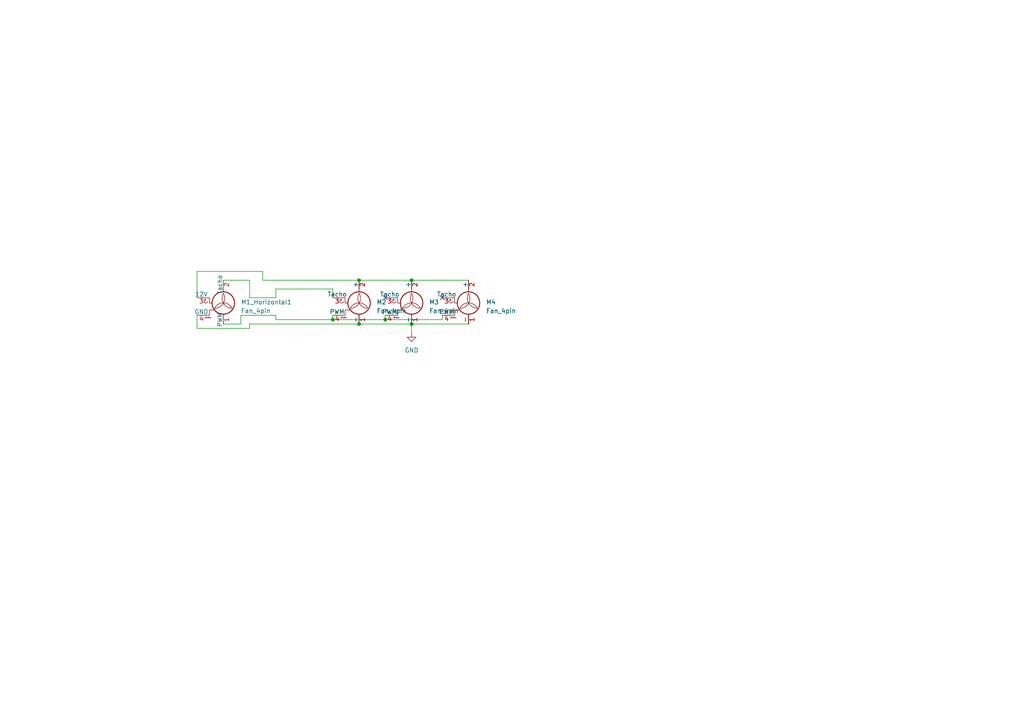
<source format=kicad_sch>
(kicad_sch (version 20211123) (generator eeschema)

  (uuid e63e39d7-6ac0-4ffd-8aa3-1841a4541b55)

  (paper "A4")

  (lib_symbols
    (symbol "Fan_4pin_1" (pin_names (offset 0)) (in_bom yes) (on_board yes)
      (property "Reference" "M1" (id 0) (at 5.08 1.2701 0)
        (effects (font (size 1.27 1.27)) (justify left))
      )
      (property "Value" "Fan_4pin" (id 1) (at 5.08 -1.2699 0)
        (effects (font (size 1.27 1.27)) (justify left))
      )
      (property "Footprint" "Connector_PinHeader_2.54mm:PinHeader_1x04_P2.54mm_Horizontal" (id 2) (at 0 0.254 0)
        (effects (font (size 1.27 1.27)) hide)
      )
      (property "Datasheet" "http://www.formfactors.org/developer%5Cspecs%5Crev1_2_public.pdf" (id 3) (at 0 0.254 0)
        (effects (font (size 1.27 1.27)) hide)
      )
      (property "ki_keywords" "Fan Motor tacho PWM" (id 4) (at 0 0 0)
        (effects (font (size 1.27 1.27)) hide)
      )
      (property "ki_description" "Fan, tacho output, PWM input, 4-pin connector" (id 5) (at 0 0 0)
        (effects (font (size 1.27 1.27)) hide)
      )
      (property "ki_fp_filters" "FanPinHeader*P2.54mm*Vertical* PinHeader*P2.54mm*Vertical* TerminalBlock*" (id 6) (at 0 0 0)
        (effects (font (size 1.27 1.27)) hide)
      )
      (symbol "Fan_4pin_1_0_0"
        (arc (start -5.588 1.524) (mid -5.08 1.016) (end -4.572 1.524)
          (stroke (width 0) (type default) (color 0 0 0 0))
          (fill (type none))
        )
        (arc (start -5.08 2.032) (mid -5.4392 1.8832) (end -5.588 1.524)
          (stroke (width 0) (type default) (color 0 0 0 0))
          (fill (type none))
        )
        (polyline
          (pts
            (xy -5.08 2.032)
            (xy -5.334 2.159)
          )
          (stroke (width 0) (type default) (color 0 0 0 0))
          (fill (type none))
        )
        (polyline
          (pts
            (xy -5.08 2.032)
            (xy -5.207 1.778)
          )
          (stroke (width 0) (type default) (color 0 0 0 0))
          (fill (type none))
        )
        (polyline
          (pts
            (xy -4.064 2.54)
            (xy -4.064 1.016)
            (xy -3.302 1.016)
          )
          (stroke (width 0) (type default) (color 0 0 0 0))
          (fill (type none))
        )
      )
      (symbol "Fan_4pin_1_0_1"
        (arc (start -2.54 -0.508) (mid -0.0014 0.9048) (end 0 3.81)
          (stroke (width 0) (type default) (color 0 0 0 0))
          (fill (type none))
        )
        (polyline
          (pts
            (xy -4.064 2.54)
            (xy -5.08 2.54)
          )
          (stroke (width 0) (type default) (color 0 0 0 0))
          (fill (type none))
        )
        (polyline
          (pts
            (xy 0 -5.08)
            (xy 0 -4.572)
          )
          (stroke (width 0) (type default) (color 0 0 0 0))
          (fill (type none))
        )
        (polyline
          (pts
            (xy 0 -2.2352)
            (xy 0 -2.6416)
          )
          (stroke (width 0) (type default) (color 0 0 0 0))
          (fill (type none))
        )
        (polyline
          (pts
            (xy 0 4.2672)
            (xy 0 4.6228)
          )
          (stroke (width 0) (type default) (color 0 0 0 0))
          (fill (type none))
        )
        (polyline
          (pts
            (xy 0 4.572)
            (xy 0 5.08)
          )
          (stroke (width 0) (type default) (color 0 0 0 0))
          (fill (type none))
        )
        (polyline
          (pts
            (xy -2.54 -1.016)
            (xy -4.064 -1.016)
            (xy -4.064 -2.54)
            (xy -5.08 -2.54)
          )
          (stroke (width 0) (type default) (color 0 0 0 0))
          (fill (type none))
        )
        (polyline
          (pts
            (xy -5.334 -3.302)
            (xy -5.08 -3.302)
            (xy -5.08 -3.048)
            (xy -4.826 -3.048)
            (xy -4.826 -3.302)
            (xy -4.318 -3.302)
            (xy -4.318 -3.048)
            (xy -4.064 -3.048)
            (xy -4.064 -3.302)
            (xy -3.556 -3.302)
          )
          (stroke (width 0) (type default) (color 0 0 0 0))
          (fill (type none))
        )
        (circle (center 0 1.016) (radius 3.2512)
          (stroke (width 0.254) (type default) (color 0 0 0 0))
          (fill (type none))
        )
        (arc (start 0 3.81) (mid 0.0468 0.9315) (end 2.54 -0.508)
          (stroke (width 0) (type default) (color 0 0 0 0))
          (fill (type none))
        )
        (arc (start 2.54 -0.508) (mid 0 1.0618) (end -2.54 -0.508)
          (stroke (width 0) (type default) (color 0 0 0 0))
          (fill (type none))
        )
      )
      (symbol "Fan_4pin_1_1_1"
        (pin passive line (at 0 -5.08 90) (length 2.54)
          (name "-" (effects (font (size 1.27 1.27))))
          (number "1" (effects (font (size 1.27 1.27))))
          (alternate "GND" passive line)
          (alternate "PWM" passive line)
        )
        (pin passive line (at 0 7.62 270) (length 2.54)
          (name "+" (effects (font (size 1.27 1.27))))
          (number "2" (effects (font (size 1.27 1.27))))
          (alternate "12V" passive line)
          (alternate "Tacho" passive line)
        )
        (pin passive line (at -7.62 2.54 0) (length 2.54)
          (name "Tacho" (effects (font (size 1.27 1.27))))
          (number "3" (effects (font (size 1.27 1.27))))
          (alternate "12V" passive line)
        )
        (pin input line (at -7.62 -2.54 0) (length 2.54)
          (name "PWM" (effects (font (size 1.27 1.27))))
          (number "4" (effects (font (size 1.27 1.27))))
          (alternate "GND" input line)
        )
      )
    )
    (symbol "Motor:Fan_4pin" (pin_names (offset 0)) (in_bom yes) (on_board yes)
      (property "Reference" "M" (id 0) (at 2.54 5.08 0)
        (effects (font (size 1.27 1.27)) (justify left))
      )
      (property "Value" "Fan_4pin" (id 1) (at 2.54 -2.54 0)
        (effects (font (size 1.27 1.27)) (justify left top))
      )
      (property "Footprint" "" (id 2) (at 0 0.254 0)
        (effects (font (size 1.27 1.27)) hide)
      )
      (property "Datasheet" "http://www.formfactors.org/developer%5Cspecs%5Crev1_2_public.pdf" (id 3) (at 0 0.254 0)
        (effects (font (size 1.27 1.27)) hide)
      )
      (property "ki_keywords" "Fan Motor tacho PWM" (id 4) (at 0 0 0)
        (effects (font (size 1.27 1.27)) hide)
      )
      (property "ki_description" "Fan, tacho output, PWM input, 4-pin connector" (id 5) (at 0 0 0)
        (effects (font (size 1.27 1.27)) hide)
      )
      (property "ki_fp_filters" "FanPinHeader*P2.54mm*Vertical* PinHeader*P2.54mm*Vertical* TerminalBlock*" (id 6) (at 0 0 0)
        (effects (font (size 1.27 1.27)) hide)
      )
      (symbol "Fan_4pin_0_0"
        (arc (start -5.588 1.524) (mid -5.08 1.016) (end -4.572 1.524)
          (stroke (width 0) (type default) (color 0 0 0 0))
          (fill (type none))
        )
        (arc (start -5.08 2.032) (mid -5.4392 1.8832) (end -5.588 1.524)
          (stroke (width 0) (type default) (color 0 0 0 0))
          (fill (type none))
        )
        (polyline
          (pts
            (xy -5.08 2.032)
            (xy -5.334 2.159)
          )
          (stroke (width 0) (type default) (color 0 0 0 0))
          (fill (type none))
        )
        (polyline
          (pts
            (xy -5.08 2.032)
            (xy -5.207 1.778)
          )
          (stroke (width 0) (type default) (color 0 0 0 0))
          (fill (type none))
        )
        (polyline
          (pts
            (xy -4.064 2.54)
            (xy -4.064 1.016)
            (xy -3.302 1.016)
          )
          (stroke (width 0) (type default) (color 0 0 0 0))
          (fill (type none))
        )
      )
      (symbol "Fan_4pin_0_1"
        (arc (start -2.54 -0.508) (mid -0.0014 0.9048) (end 0 3.81)
          (stroke (width 0) (type default) (color 0 0 0 0))
          (fill (type none))
        )
        (polyline
          (pts
            (xy -4.064 2.54)
            (xy -5.08 2.54)
          )
          (stroke (width 0) (type default) (color 0 0 0 0))
          (fill (type none))
        )
        (polyline
          (pts
            (xy 0 -5.08)
            (xy 0 -4.572)
          )
          (stroke (width 0) (type default) (color 0 0 0 0))
          (fill (type none))
        )
        (polyline
          (pts
            (xy 0 -2.2352)
            (xy 0 -2.6416)
          )
          (stroke (width 0) (type default) (color 0 0 0 0))
          (fill (type none))
        )
        (polyline
          (pts
            (xy 0 4.2672)
            (xy 0 4.6228)
          )
          (stroke (width 0) (type default) (color 0 0 0 0))
          (fill (type none))
        )
        (polyline
          (pts
            (xy 0 4.572)
            (xy 0 5.08)
          )
          (stroke (width 0) (type default) (color 0 0 0 0))
          (fill (type none))
        )
        (polyline
          (pts
            (xy -2.54 -1.016)
            (xy -4.064 -1.016)
            (xy -4.064 -2.54)
            (xy -5.08 -2.54)
          )
          (stroke (width 0) (type default) (color 0 0 0 0))
          (fill (type none))
        )
        (polyline
          (pts
            (xy -5.334 -3.302)
            (xy -5.08 -3.302)
            (xy -5.08 -3.048)
            (xy -4.826 -3.048)
            (xy -4.826 -3.302)
            (xy -4.318 -3.302)
            (xy -4.318 -3.048)
            (xy -4.064 -3.048)
            (xy -4.064 -3.302)
            (xy -3.556 -3.302)
          )
          (stroke (width 0) (type default) (color 0 0 0 0))
          (fill (type none))
        )
        (circle (center 0 1.016) (radius 3.2512)
          (stroke (width 0.254) (type default) (color 0 0 0 0))
          (fill (type none))
        )
        (arc (start 0 3.81) (mid 0.0468 0.9315) (end 2.54 -0.508)
          (stroke (width 0) (type default) (color 0 0 0 0))
          (fill (type none))
        )
        (arc (start 2.54 -0.508) (mid 0 1.0618) (end -2.54 -0.508)
          (stroke (width 0) (type default) (color 0 0 0 0))
          (fill (type none))
        )
      )
      (symbol "Fan_4pin_1_1"
        (pin passive line (at 0 -5.08 90) (length 2.54)
          (name "-" (effects (font (size 1.27 1.27))))
          (number "1" (effects (font (size 1.27 1.27))))
        )
        (pin passive line (at 0 7.62 270) (length 2.54)
          (name "+" (effects (font (size 1.27 1.27))))
          (number "2" (effects (font (size 1.27 1.27))))
        )
        (pin passive line (at -7.62 2.54 0) (length 2.54)
          (name "Tacho" (effects (font (size 1.27 1.27))))
          (number "3" (effects (font (size 1.27 1.27))))
        )
        (pin input line (at -7.62 -2.54 0) (length 2.54)
          (name "PWM" (effects (font (size 1.27 1.27))))
          (number "4" (effects (font (size 1.27 1.27))))
        )
      )
    )
    (symbol "power:GND" (power) (pin_names (offset 0)) (in_bom yes) (on_board yes)
      (property "Reference" "#PWR" (id 0) (at 0 -6.35 0)
        (effects (font (size 1.27 1.27)) hide)
      )
      (property "Value" "GND" (id 1) (at 0 -3.81 0)
        (effects (font (size 1.27 1.27)))
      )
      (property "Footprint" "" (id 2) (at 0 0 0)
        (effects (font (size 1.27 1.27)) hide)
      )
      (property "Datasheet" "" (id 3) (at 0 0 0)
        (effects (font (size 1.27 1.27)) hide)
      )
      (property "ki_keywords" "power-flag" (id 4) (at 0 0 0)
        (effects (font (size 1.27 1.27)) hide)
      )
      (property "ki_description" "Power symbol creates a global label with name \"GND\" , ground" (id 5) (at 0 0 0)
        (effects (font (size 1.27 1.27)) hide)
      )
      (symbol "GND_0_1"
        (polyline
          (pts
            (xy 0 0)
            (xy 0 -1.27)
            (xy 1.27 -1.27)
            (xy 0 -2.54)
            (xy -1.27 -1.27)
            (xy 0 -1.27)
          )
          (stroke (width 0) (type default) (color 0 0 0 0))
          (fill (type none))
        )
      )
      (symbol "GND_1_1"
        (pin power_in line (at 0 0 270) (length 0) hide
          (name "GND" (effects (font (size 1.27 1.27))))
          (number "1" (effects (font (size 1.27 1.27))))
        )
      )
    )
  )

  (junction (at 111.76 92.71) (diameter 0) (color 0 0 0 0)
    (uuid 09a8de4b-11bd-4c60-8212-7dfa542a987e)
  )
  (junction (at 104.14 93.98) (diameter 0) (color 0 0 0 0)
    (uuid 531de578-8e38-4025-a0e5-1accd175fb9d)
  )
  (junction (at 119.38 93.98) (diameter 0) (color 0 0 0 0)
    (uuid 7b9e4fdd-6488-4f7d-943d-0b684a39084c)
  )
  (junction (at 119.38 81.28) (diameter 0) (color 0 0 0 0)
    (uuid ada8c3f4-0b24-4795-b091-159adfdeb182)
  )
  (junction (at 96.52 92.71) (diameter 0) (color 0 0 0 0)
    (uuid d1910422-7ae9-42c3-aa16-3778d69d2211)
  )
  (junction (at 104.14 81.28) (diameter 0) (color 0 0 0 0)
    (uuid e6964a64-2f3d-40aa-86b8-a22bb6a9b241)
  )

  (no_connect (at 128.27 86.36) (uuid 87e77ad9-734e-4dd2-a57f-e598a08a639a))
  (no_connect (at 111.76 86.36) (uuid 87e77ad9-734e-4dd2-a57f-e598a08a639a))

  (wire (pts (xy 72.39 93.98) (xy 72.39 95.25))
    (stroke (width 0) (type default) (color 0 0 0 0))
    (uuid 048d911e-9f74-4797-8f0d-b2f2099cf38d)
  )
  (wire (pts (xy 72.39 86.36) (xy 72.39 81.28))
    (stroke (width 0) (type default) (color 0 0 0 0))
    (uuid 056e515e-9b3e-4a7b-8459-9f372078707a)
  )
  (wire (pts (xy 80.01 83.82) (xy 96.52 83.82))
    (stroke (width 0) (type default) (color 0 0 0 0))
    (uuid 05919a82-f89e-4ffe-b4f5-999349525613)
  )
  (wire (pts (xy 72.39 93.98) (xy 104.14 93.98))
    (stroke (width 0) (type default) (color 0 0 0 0))
    (uuid 0930bfa0-de1e-48ec-86f2-ec6f59fde2e2)
  )
  (wire (pts (xy 57.15 78.74) (xy 57.15 86.36))
    (stroke (width 0) (type default) (color 0 0 0 0))
    (uuid 1027eb34-4a1a-471a-b262-65259fae8a40)
  )
  (wire (pts (xy 128.27 92.71) (xy 128.27 91.44))
    (stroke (width 0) (type default) (color 0 0 0 0))
    (uuid 109d34e4-bb9b-4e06-a8e9-d7e3e666f8f1)
  )
  (wire (pts (xy 76.2 81.28) (xy 76.2 78.74))
    (stroke (width 0) (type default) (color 0 0 0 0))
    (uuid 17e66813-271a-4d34-a999-8baf8b6ba9ed)
  )
  (wire (pts (xy 57.15 95.25) (xy 57.15 91.44))
    (stroke (width 0) (type default) (color 0 0 0 0))
    (uuid 282cc1ca-cdc5-41a9-ab9c-dea45f72f6bd)
  )
  (wire (pts (xy 72.39 81.28) (xy 64.77 81.28))
    (stroke (width 0) (type default) (color 0 0 0 0))
    (uuid 41bc15b2-2ce1-4e34-9b00-cb64d354bed7)
  )
  (wire (pts (xy 80.01 86.36) (xy 80.01 83.82))
    (stroke (width 0) (type default) (color 0 0 0 0))
    (uuid 4cf8730a-5369-4927-8dc5-d9c16ab41c0c)
  )
  (wire (pts (xy 119.38 81.28) (xy 135.89 81.28))
    (stroke (width 0) (type default) (color 0 0 0 0))
    (uuid 5bbb6be7-0183-45ed-90a3-1110d8f5232a)
  )
  (wire (pts (xy 119.38 93.98) (xy 119.38 96.52))
    (stroke (width 0) (type default) (color 0 0 0 0))
    (uuid 6fe57c8d-3db2-4697-8ca9-23f0a511b478)
  )
  (wire (pts (xy 96.52 83.82) (xy 96.52 86.36))
    (stroke (width 0) (type default) (color 0 0 0 0))
    (uuid 73d6f44c-865f-43c1-aa9e-ffde11f078d5)
  )
  (wire (pts (xy 80.01 86.36) (xy 72.39 86.36))
    (stroke (width 0) (type default) (color 0 0 0 0))
    (uuid 7e658cc1-d361-4984-8111-600c386c5fdc)
  )
  (wire (pts (xy 111.76 92.71) (xy 128.27 92.71))
    (stroke (width 0) (type default) (color 0 0 0 0))
    (uuid 8c8f79ce-a2c2-4d0a-b166-a0b1f77ef797)
  )
  (wire (pts (xy 104.14 93.98) (xy 119.38 93.98))
    (stroke (width 0) (type default) (color 0 0 0 0))
    (uuid 916baf08-f1bd-49a9-b32e-2b8eec1a63c3)
  )
  (wire (pts (xy 72.39 95.25) (xy 57.15 95.25))
    (stroke (width 0) (type default) (color 0 0 0 0))
    (uuid 95ba567f-06bc-4652-8d1e-ac8d7e0ee623)
  )
  (wire (pts (xy 69.85 91.44) (xy 69.85 93.98))
    (stroke (width 0) (type default) (color 0 0 0 0))
    (uuid 9f263e3f-01fe-4a5a-b9ad-ecd48ee00842)
  )
  (wire (pts (xy 69.85 93.98) (xy 64.77 93.98))
    (stroke (width 0) (type default) (color 0 0 0 0))
    (uuid a05c8999-2f17-4aa2-85bd-dcad8a49c475)
  )
  (wire (pts (xy 111.76 91.44) (xy 111.76 92.71))
    (stroke (width 0) (type default) (color 0 0 0 0))
    (uuid a4577db6-9080-401b-a350-02d0f1522bea)
  )
  (wire (pts (xy 96.52 92.71) (xy 111.76 92.71))
    (stroke (width 0) (type default) (color 0 0 0 0))
    (uuid aaaccbc4-da37-4d79-ab33-f4f10a3e9d43)
  )
  (wire (pts (xy 80.01 91.44) (xy 69.85 91.44))
    (stroke (width 0) (type default) (color 0 0 0 0))
    (uuid afd8eea5-325c-48e5-8096-7023178c0039)
  )
  (wire (pts (xy 104.14 81.28) (xy 119.38 81.28))
    (stroke (width 0) (type default) (color 0 0 0 0))
    (uuid b0a56ec1-5a34-4ab9-8fbd-7223052d0bea)
  )
  (wire (pts (xy 96.52 91.44) (xy 96.52 92.71))
    (stroke (width 0) (type default) (color 0 0 0 0))
    (uuid b17b29d3-25ce-4f16-8236-2fa5679a05f0)
  )
  (wire (pts (xy 119.38 93.98) (xy 135.89 93.98))
    (stroke (width 0) (type default) (color 0 0 0 0))
    (uuid c8117bba-6b2a-4528-9104-16037ce7eb42)
  )
  (wire (pts (xy 80.01 91.44) (xy 80.01 92.71))
    (stroke (width 0) (type default) (color 0 0 0 0))
    (uuid cffad45a-b028-458f-b50e-b12ee88abff0)
  )
  (wire (pts (xy 76.2 81.28) (xy 104.14 81.28))
    (stroke (width 0) (type default) (color 0 0 0 0))
    (uuid e0b786a3-bcaf-41c0-99ce-8c7f040aa44d)
  )
  (wire (pts (xy 80.01 92.71) (xy 96.52 92.71))
    (stroke (width 0) (type default) (color 0 0 0 0))
    (uuid e32f3b75-caa2-43e6-ae73-a4497241e521)
  )
  (wire (pts (xy 76.2 78.74) (xy 57.15 78.74))
    (stroke (width 0) (type default) (color 0 0 0 0))
    (uuid f7d236e2-3c7a-449b-8ab4-8a9993f5441f)
  )

  (symbol (lib_id "Motor:Fan_4pin") (at 119.38 88.9 0) (unit 1)
    (in_bom yes) (on_board yes) (fields_autoplaced)
    (uuid 5bbadc66-c8cb-40bb-b849-bf0cfb5b9bfd)
    (property "Reference" "M3" (id 0) (at 124.46 87.6299 0)
      (effects (font (size 1.27 1.27)) (justify left))
    )
    (property "Value" "Fan_4pin" (id 1) (at 124.46 90.1699 0)
      (effects (font (size 1.27 1.27)) (justify left))
    )
    (property "Footprint" "Connector_PinHeader_2.54mm:PinHeader_1x04_P2.54mm_Vertical" (id 2) (at 119.38 88.646 0)
      (effects (font (size 1.27 1.27)) hide)
    )
    (property "Datasheet" "http://www.formfactors.org/developer%5Cspecs%5Crev1_2_public.pdf" (id 3) (at 119.38 88.646 0)
      (effects (font (size 1.27 1.27)) hide)
    )
    (pin "1" (uuid 44640551-9b76-4cc6-9a43-08dfaad9a8b0))
    (pin "2" (uuid e29d70ee-75c6-46e2-b1ec-fc6cbaafb75e))
    (pin "3" (uuid 475abcdd-1c9a-435a-986b-0b7bcf8e6050))
    (pin "4" (uuid 4b2089e8-7821-4964-afff-2240cbfc4353))
  )

  (symbol (lib_name "Fan_4pin_1") (lib_id "Motor:Fan_4pin") (at 64.77 88.9 0) (unit 1)
    (in_bom yes) (on_board yes) (fields_autoplaced)
    (uuid 85783dae-6f80-4835-b5db-61dffd842eac)
    (property "Reference" "M1_Horizontal1" (id 0) (at 69.85 87.6299 0)
      (effects (font (size 1.27 1.27)) (justify left))
    )
    (property "Value" "Fan_4pin" (id 1) (at 69.85 90.1699 0)
      (effects (font (size 1.27 1.27)) (justify left))
    )
    (property "Footprint" "Connector_PinHeader_2.54mm:PinHeader_1x04_P2.54mm_Horizontal" (id 2) (at 64.77 88.646 0)
      (effects (font (size 1.27 1.27)) hide)
    )
    (property "Datasheet" "http://www.formfactors.org/developer%5Cspecs%5Crev1_2_public.pdf" (id 3) (at 64.77 88.646 0)
      (effects (font (size 1.27 1.27)) hide)
    )
    (pin "1" (uuid 23dce5fd-c38b-430c-a399-f8cb088b1a8d) (alternate "PWM"))
    (pin "2" (uuid 429c92a6-4d68-4597-8844-fc88f311c899) (alternate "Tacho"))
    (pin "3" (uuid 3ae69249-8361-4c51-b93e-32198a504a11) (alternate "12V"))
    (pin "4" (uuid 86e70297-1921-4ad8-afa6-10ea3d91a5e2) (alternate "GND"))
  )

  (symbol (lib_id "Motor:Fan_4pin") (at 135.89 88.9 0) (unit 1)
    (in_bom yes) (on_board yes) (fields_autoplaced)
    (uuid a0129fe7-e9e9-4c74-af85-e2b335707eb4)
    (property "Reference" "M4" (id 0) (at 140.97 87.6299 0)
      (effects (font (size 1.27 1.27)) (justify left))
    )
    (property "Value" "Fan_4pin" (id 1) (at 140.97 90.1699 0)
      (effects (font (size 1.27 1.27)) (justify left))
    )
    (property "Footprint" "Connector_PinHeader_2.54mm:PinHeader_1x04_P2.54mm_Vertical" (id 2) (at 135.89 88.646 0)
      (effects (font (size 1.27 1.27)) hide)
    )
    (property "Datasheet" "http://www.formfactors.org/developer%5Cspecs%5Crev1_2_public.pdf" (id 3) (at 135.89 88.646 0)
      (effects (font (size 1.27 1.27)) hide)
    )
    (pin "1" (uuid d9c1c6f8-c198-49f9-bff0-eab2393a0053))
    (pin "2" (uuid 64bbd1a8-b20b-4d12-891d-7b53b4a0334a))
    (pin "3" (uuid 8f0c1305-7bd7-41b0-a77d-0a9232a17e2e))
    (pin "4" (uuid 713e4d09-6cf1-49fc-bf2e-c643eb7890b8))
  )

  (symbol (lib_id "Motor:Fan_4pin") (at 104.14 88.9 0) (unit 1)
    (in_bom yes) (on_board yes) (fields_autoplaced)
    (uuid e7136250-cee6-4520-acb7-2950e0829e43)
    (property "Reference" "M2" (id 0) (at 109.22 87.6299 0)
      (effects (font (size 1.27 1.27)) (justify left))
    )
    (property "Value" "Fan_4pin" (id 1) (at 109.22 90.1699 0)
      (effects (font (size 1.27 1.27)) (justify left))
    )
    (property "Footprint" "Connector_PinHeader_2.54mm:PinHeader_1x04_P2.54mm_Vertical" (id 2) (at 104.14 88.646 0)
      (effects (font (size 1.27 1.27)) hide)
    )
    (property "Datasheet" "http://www.formfactors.org/developer%5Cspecs%5Crev1_2_public.pdf" (id 3) (at 104.14 88.646 0)
      (effects (font (size 1.27 1.27)) hide)
    )
    (pin "1" (uuid 0aa6a8eb-91a3-42fb-bcb5-e80e5bff03f8))
    (pin "2" (uuid ad900db3-4beb-4fa1-ace0-548024befe9a))
    (pin "3" (uuid 152ae183-14d8-40a7-9d2e-6b73a233d818))
    (pin "4" (uuid bddd93d5-6bcf-4a37-8f3c-1979a6faa688))
  )

  (symbol (lib_id "power:GND") (at 119.38 96.52 0) (unit 1)
    (in_bom yes) (on_board yes) (fields_autoplaced)
    (uuid f2b39f3e-81e8-48b0-93a0-cc5a0e0456eb)
    (property "Reference" "#PWR0101" (id 0) (at 119.38 102.87 0)
      (effects (font (size 1.27 1.27)) hide)
    )
    (property "Value" "GND" (id 1) (at 119.38 101.6 0))
    (property "Footprint" "" (id 2) (at 119.38 96.52 0)
      (effects (font (size 1.27 1.27)) hide)
    )
    (property "Datasheet" "" (id 3) (at 119.38 96.52 0)
      (effects (font (size 1.27 1.27)) hide)
    )
    (pin "1" (uuid c50174a7-334c-4d88-b497-32bdc6b6ce62))
  )

  (sheet_instances
    (path "/" (page "1"))
  )

  (symbol_instances
    (path "/f2b39f3e-81e8-48b0-93a0-cc5a0e0456eb"
      (reference "#PWR0101") (unit 1) (value "GND") (footprint "")
    )
    (path "/85783dae-6f80-4835-b5db-61dffd842eac"
      (reference "M1_Horizontal1") (unit 1) (value "Fan_4pin") (footprint "Connector_PinHeader_2.54mm:PinHeader_1x04_P2.54mm_Horizontal")
    )
    (path "/e7136250-cee6-4520-acb7-2950e0829e43"
      (reference "M2") (unit 1) (value "Fan_4pin") (footprint "Connector_PinHeader_2.54mm:PinHeader_1x04_P2.54mm_Vertical")
    )
    (path "/5bbadc66-c8cb-40bb-b849-bf0cfb5b9bfd"
      (reference "M3") (unit 1) (value "Fan_4pin") (footprint "Connector_PinHeader_2.54mm:PinHeader_1x04_P2.54mm_Vertical")
    )
    (path "/a0129fe7-e9e9-4c74-af85-e2b335707eb4"
      (reference "M4") (unit 1) (value "Fan_4pin") (footprint "Connector_PinHeader_2.54mm:PinHeader_1x04_P2.54mm_Vertical")
    )
  )
)

</source>
